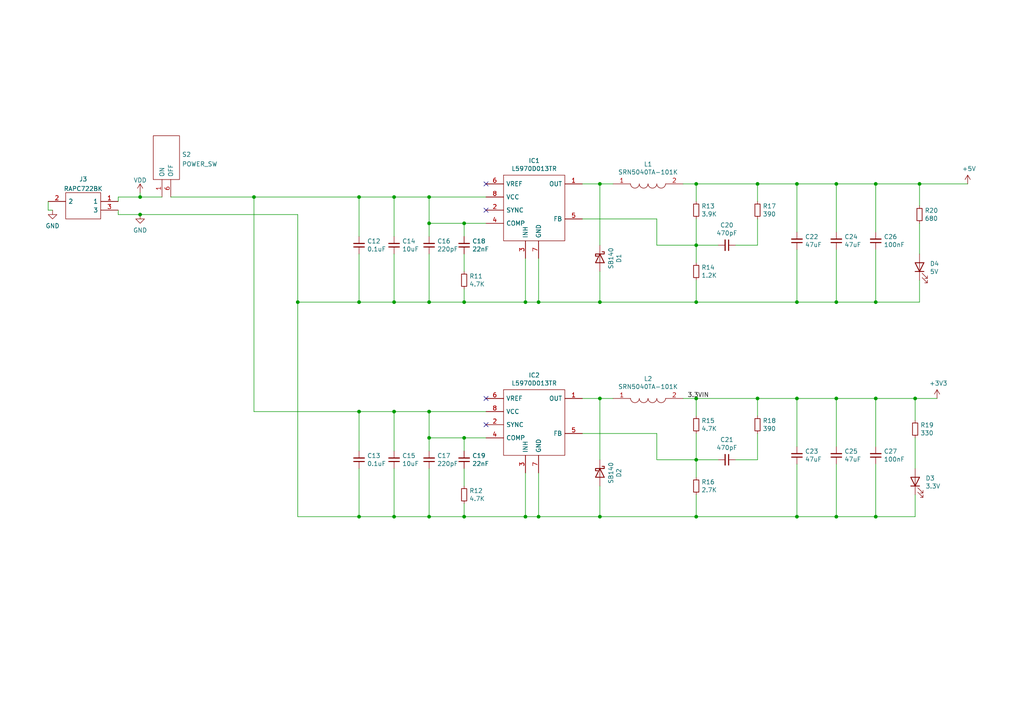
<source format=kicad_sch>
(kicad_sch (version 20211123) (generator eeschema)
  (paper "A4")
  (lib_symbols
    (symbol "Device:C_Small" (pin_numbers hide) (pin_names (offset 0.254) hide)
      (property "Reference" "C" (at 0.254 1.778 0))
      (property "Value" "C_Small" (at 0.254 -2.032 0))
      (symbol "C_Small_0_1"
        (polyline (pts (xy -1.524 -0.508) (xy 1.524 -0.508)) (stroke (width 0.3302)))
        (polyline (pts (xy -1.524 0.508) (xy 1.524 0.508)) (stroke (width 0.3048)))
      )
      (symbol "C_Small_1_1"
        (pin passive line (at 0 2.54 270) (length 2.032) (name "~") (number "1"))
        (pin passive line (at 0 -2.54 90) (length 2.032) (name "~") (number "2"))
      )
    )
    (symbol "Device:LED" (pin_numbers hide) (pin_names (offset 1.016) hide)
      (property "Reference" "D" (at 0 2.54 0))
      (property "Value" "LED" (at 0 -2.54 0))
      (symbol "LED_0_1"
        (polyline (pts (xy -1.27 -1.27) (xy -1.27 1.27)) (stroke (width 0.254)))
        (polyline (pts (xy -1.27 0) (xy 1.27 0)))
        (polyline (pts (xy 1.27 -1.27) (xy 1.27 1.27) (xy -1.27 0) (xy 1.27 -1.27)) (stroke (width 0.254)))
        (polyline (pts (xy -3.048 -0.762) (xy -4.572 -2.286) (xy -3.81 -2.286) (xy -4.572 -2.286) (xy -4.572 -1.524)))
        (polyline (pts (xy -1.778 -0.762) (xy -3.302 -2.286) (xy -2.54 -2.286) (xy -3.302 -2.286) (xy -3.302 -1.524)))
      )
      (symbol "LED_1_1"
        (pin passive line (at -3.81 0 0) (length 2.54) (name "K") (number "1"))
        (pin passive line (at 3.81 0 180) (length 2.54) (name "A") (number "2"))
      )
    )
    (symbol "Device:R_Small" (pin_numbers hide) (pin_names (offset 0.254) hide)
      (property "Reference" "R" (at 0.762 0.508 0))
      (property "Value" "R_Small" (at 0.762 -1.016 0))
      (symbol "R_Small_0_1"
        (rectangle (start -0.762 1.778) (end 0.762 -1.778) (stroke (width 0.2032)))
      )
      (symbol "R_Small_1_1"
        (pin passive line (at 0 2.54 270) (length 0.762) (name "~") (number "1"))
        (pin passive line (at 0 -2.54 90) (length 0.762) (name "~") (number "2"))
      )
    )
    (symbol "Diode:SB140" (pin_numbers hide) (pin_names (offset 1.016) hide)
      (property "Reference" "D" (at 0 2.54 0))
      (property "Value" "SB140" (at 0 -2.54 0))
      (symbol "SB140_0_1"
        (polyline (pts (xy 1.27 0) (xy -1.27 0)))
        (polyline (pts (xy 1.27 1.27) (xy 1.27 -1.27) (xy -1.27 0) (xy 1.27 1.27)) (stroke (width 0.254)))
        (polyline (pts (xy -1.905 0.635) (xy -1.905 1.27) (xy -1.27 1.27) (xy -1.27 -1.27) (xy -0.635 -1.27) (xy -0.635 -0.635)) (stroke (width 0.254)))
      )
      (symbol "SB140_1_1"
        (pin passive line (at -3.81 0 0) (length 2.54) (name "K") (number "1"))
        (pin passive line (at 3.81 0 180) (length 2.54) (name "A") (number "2"))
      )
    )
    (symbol "custom:GPTS203212B" (pin_names (offset 0.762))
      (property "Reference" "S" (at 19.05 7.62 0))
      (property "Value" "GPTS203212B" (at 19.05 5.08 0))
      (symbol "GPTS203212B_0_0"
        (pin passive line (at 0 0 0) (length 5.08) (name "ON") (number "1"))
        (pin passive line (at 0 -2.54 0) (length 5.08) (name "OFF") (number "6"))
      )
      (symbol "GPTS203212B_0_1"
        (polyline (pts (xy 5.08 2.54) (xy 17.78 2.54) (xy 17.78 -5.08) (xy 5.08 -5.08) (xy 5.08 2.54)) (stroke (width 0.1524)))
      )
    )
    (symbol "custom:L5970D013TR" (pin_names (offset 0.762))
      (property "Reference" "IC" (at 24.13 7.62 0))
      (property "Value" "L5970D013TR" (at 24.13 5.08 0))
      (symbol "L5970D013TR_0_0"
        (pin output line (at 27.94 2.54 180) (length 5.08) (name "OUT") (number "1"))
        (pin input line (at 0 -5.08 0) (length 5.08) (name "SYNC") (number "2"))
        (pin input line (at 11.43 -19.05 90) (length 5.08) (name "INH") (number "3"))
        (pin output line (at 0 -8.89 0) (length 5.08) (name "COMP") (number "4"))
        (pin input line (at 27.94 -7.62 180) (length 5.08) (name "FB") (number "5"))
        (pin power_in line (at 0 2.54 0) (length 5.08) (name "VREF") (number "6"))
        (pin power_in line (at 15.24 -19.05 90) (length 5.08) (name "GND") (number "7"))
        (pin power_in line (at 0 -1.27 0) (length 5.08) (name "VCC") (number "8"))
      )
      (symbol "L5970D013TR_0_1"
        (polyline (pts (xy 5.08 5.08) (xy 22.86 5.08) (xy 22.86 -13.97) (xy 5.08 -13.97) (xy 5.08 2.54)) (stroke (width 0.1524)))
        (rectangle (start 5.08 5.08) (end 5.08 2.54))
      )
    )
    (symbol "custom:RAPC722BK" (pin_names (offset 0.762))
      (property "Reference" "J" (at 16.51 7.62 0))
      (property "Value" "RAPC722BK" (at 16.51 5.08 0))
      (symbol "RAPC722BK_0_0"
        (pin passive line (at 0 0 0) (length 5.08) (name "1") (number "1"))
        (pin passive line (at 20.32 0 180) (length 5.08) (name "2") (number "2"))
        (pin passive line (at 0 -2.54 0) (length 5.08) (name "3") (number "3"))
      )
      (symbol "RAPC722BK_0_1"
        (polyline (pts (xy 5.08 2.54) (xy 15.24 2.54) (xy 15.24 -5.08) (xy 5.08 -5.08) (xy 5.08 2.54)) (stroke (width 0.1524)))
      )
    )
    (symbol "custom:SRN5040TA-101K" (pin_names (offset 0.762))
      (property "Reference" "L" (at 16.51 6.35 0))
      (property "Value" "SRN5040TA-101K" (at 16.51 3.81 0))
      (symbol "SRN5040TA-101K_0_0"
        (pin passive line (at 0 0 0) (length 5.08) (name "~") (number "1"))
        (pin passive line (at 20.32 0 180) (length 5.08) (name "~") (number "2"))
      )
      (symbol "SRN5040TA-101K_0_1"
        (arc (start 5.08 0) (mid 6.35 -1.3218) (end 7.62 0) (stroke (width 0.1524)))
        (arc (start 7.62 0) (mid 8.89 -1.3218) (end 10.16 0) (stroke (width 0.1524)))
        (arc (start 10.16 0) (mid 11.43 -1.3218) (end 12.7 0) (stroke (width 0.1524)))
        (arc (start 12.7 0) (mid 13.97 -1.3218) (end 15.24 0) (stroke (width 0.1524)))
      )
    )
    (symbol "power:+3.3V" (power) (pin_names (offset 0))
      (property "Value" "+3.3V" (at 0 3.556 0))
      (symbol "+3.3V_0_1"
        (polyline (pts (xy -0.762 1.27) (xy 0 2.54)))
        (polyline (pts (xy 0 0) (xy 0 2.54)))
        (polyline (pts (xy 0 2.54) (xy 0.762 1.27)))
      )
      (symbol "+3.3V_1_1"
        (pin power_in line (at 0 0 90) (length 0) hide (name "+3V3") (number "1"))
      )
    )
    (symbol "power:+5V" (power) (pin_names (offset 0))
      (property "Value" "+5V" (at 0 3.556 0))
      (symbol "+5V_0_1"
        (polyline (pts (xy -0.762 1.27) (xy 0 2.54)))
        (polyline (pts (xy 0 0) (xy 0 2.54)))
        (polyline (pts (xy 0 2.54) (xy 0.762 1.27)))
      )
      (symbol "+5V_1_1"
        (pin power_in line (at 0 0 90) (length 0) hide (name "+5V") (number "1"))
      )
    )
    (symbol "power:GND" (power) (pin_names (offset 0))
      (property "Value" "GND" (at 0 -3.81 0))
      (symbol "GND_0_1"
        (polyline (pts (xy 0 0) (xy 0 -1.27) (xy 1.27 -1.27) (xy 0 -2.54) (xy -1.27 -1.27) (xy 0 -1.27)))
      )
      (symbol "GND_1_1"
        (pin power_in line (at 0 0 270) (length 0) hide (name "GND") (number "1"))
      )
    )
    (symbol "power:VDD" (power) (pin_names (offset 0))
      (property "Value" "VDD" (at 0 3.81 0))
      (symbol "VDD_0_1"
        (polyline (pts (xy -0.762 1.27) (xy 0 2.54)))
        (polyline (pts (xy 0 0) (xy 0 2.54)))
        (polyline (pts (xy 0 2.54) (xy 0.762 1.27)))
      )
      (symbol "VDD_1_1"
        (pin power_in line (at 0 0 90) (length 0) hide (name "VDD") (number "1"))
      )
    )
  )
  (junction (at 73.66 57.15))
  (junction (at 231.14 53.34))
  (junction (at 156.21 87.63))
  (junction (at 201.93 87.63))
  (junction (at 201.93 149.86))
  (junction (at 173.99 149.86))
  (junction (at 254 115.57))
  (junction (at 242.57 53.34))
  (junction (at 124.46 87.63))
  (junction (at 201.93 133.35))
  (junction (at 219.71 115.57))
  (junction (at 265.43 115.57))
  (junction (at 104.14 149.86))
  (junction (at 201.93 53.34))
  (junction (at 201.93 115.57))
  (junction (at 254 149.86))
  (junction (at 40.64 57.15))
  (junction (at 231.14 115.57))
  (junction (at 124.46 149.86))
  (junction (at 124.46 64.77))
  (junction (at 242.57 87.63))
  (junction (at 104.14 119.38))
  (junction (at 134.62 149.86))
  (junction (at 219.71 53.34))
  (junction (at 254 87.63))
  (junction (at 152.4 149.86))
  (junction (at 173.99 115.57))
  (junction (at 242.57 149.86))
  (junction (at 104.14 87.63))
  (junction (at 86.36 87.63))
  (junction (at 231.14 149.86))
  (junction (at 152.4 87.63))
  (junction (at 114.3 149.86))
  (junction (at 242.57 115.57))
  (junction (at 134.62 64.77))
  (junction (at 156.21 149.86))
  (junction (at 134.62 127))
  (junction (at 266.7 53.34))
  (junction (at 114.3 87.63))
  (junction (at 104.14 57.15))
  (junction (at 173.99 87.63))
  (junction (at 254 53.34))
  (junction (at 124.46 119.38))
  (junction (at 114.3 57.15))
  (junction (at 231.14 87.63))
  (junction (at 134.62 87.63))
  (junction (at 114.3 119.38))
  (junction (at 40.64 62.23))
  (junction (at 124.46 127))
  (junction (at 201.93 71.12))
  (junction (at 124.46 57.15))
  (junction (at 173.99 53.34))
  (no_connect (at 140.97 115.57))
  (no_connect (at 140.97 53.34))
  (no_connect (at 140.97 123.19))
  (no_connect (at 140.97 60.96))
  (wire (pts (xy 201.93 63.5) (xy 201.93 71.12)))
  (wire (pts (xy 190.5 133.35) (xy 201.93 133.35)))
  (wire (pts (xy 104.14 130.81) (xy 104.14 119.38)))
  (wire (pts (xy 152.4 87.63) (xy 156.21 87.63)))
  (wire (pts (xy 242.57 149.86) (xy 254 149.86)))
  (wire (pts (xy 104.14 135.89) (xy 104.14 149.86)))
  (wire (pts (xy 231.14 129.54) (xy 231.14 115.57)))
  (wire (pts (xy 201.93 149.86) (xy 231.14 149.86)))
  (wire (pts (xy 34.29 57.15) (xy 34.29 58.42)))
  (wire (pts (xy 134.62 130.81) (xy 134.62 127)))
  (wire (pts (xy 114.3 68.58) (xy 114.3 57.15)))
  (wire (pts (xy 156.21 87.63) (xy 173.99 87.63)))
  (wire (pts (xy 201.93 71.12) (xy 201.93 76.2)))
  (wire (pts (xy 201.93 120.65) (xy 201.93 115.57)))
  (wire (pts (xy 254 87.63) (xy 266.7 87.63)))
  (wire (pts (xy 156.21 149.86) (xy 173.99 149.86)))
  (wire (pts (xy 208.28 133.35) (xy 201.93 133.35)))
  (wire (pts (xy 254 149.86) (xy 265.43 149.86)))
  (wire (pts (xy 173.99 149.86) (xy 201.93 149.86)))
  (wire (pts (xy 173.99 140.97) (xy 173.99 149.86)))
  (wire (pts (xy 254 129.54) (xy 254 115.57)))
  (wire (pts (xy 265.43 143.51) (xy 265.43 149.86)))
  (wire (pts (xy 231.14 72.39) (xy 231.14 87.63)))
  (wire (pts (xy 104.14 73.66) (xy 104.14 87.63)))
  (wire (pts (xy 254 72.39) (xy 254 87.63)))
  (wire (pts (xy 254 67.31) (xy 254 53.34)))
  (wire (pts (xy 201.93 87.63) (xy 231.14 87.63)))
  (wire (pts (xy 173.99 53.34) (xy 177.8 53.34)))
  (wire (pts (xy 156.21 137.16) (xy 156.21 149.86)))
  (wire (pts (xy 124.46 135.89) (xy 124.46 149.86)))
  (wire (pts (xy 114.3 119.38) (xy 124.46 119.38)))
  (wire (pts (xy 40.64 62.23) (xy 86.36 62.23)))
  (wire (pts (xy 231.14 115.57) (xy 242.57 115.57)))
  (wire (pts (xy 134.62 149.86) (xy 152.4 149.86)))
  (wire (pts (xy 190.5 63.5) (xy 190.5 71.12)))
  (wire (pts (xy 104.14 68.58) (xy 104.14 57.15)))
  (wire (pts (xy 40.64 57.15) (xy 46.99 57.15)))
  (wire (pts (xy 201.93 81.28) (xy 201.93 87.63)))
  (wire (pts (xy 173.99 87.63) (xy 201.93 87.63)))
  (wire (pts (xy 134.62 83.82) (xy 134.62 87.63)))
  (wire (pts (xy 40.64 55.88) (xy 40.64 57.15)))
  (wire (pts (xy 219.71 71.12) (xy 219.71 63.5)))
  (wire (pts (xy 114.3 130.81) (xy 114.3 119.38)))
  (wire (pts (xy 219.71 53.34) (xy 231.14 53.34)))
  (wire (pts (xy 104.14 57.15) (xy 114.3 57.15)))
  (wire (pts (xy 13.97 58.42) (xy 13.97 60.96)))
  (wire (pts (xy 134.62 87.63) (xy 152.4 87.63)))
  (wire (pts (xy 201.93 53.34) (xy 219.71 53.34)))
  (wire (pts (xy 231.14 87.63) (xy 242.57 87.63)))
  (wire (pts (xy 104.14 87.63) (xy 114.3 87.63)))
  (wire (pts (xy 266.7 53.34) (xy 280.67 53.34)))
  (wire (pts (xy 265.43 127) (xy 265.43 135.89)))
  (wire (pts (xy 124.46 64.77) (xy 124.46 68.58)))
  (wire (pts (xy 134.62 146.05) (xy 134.62 149.86)))
  (wire (pts (xy 86.36 87.63) (xy 86.36 149.86)))
  (wire (pts (xy 49.53 57.15) (xy 73.66 57.15)))
  (wire (pts (xy 266.7 59.69) (xy 266.7 53.34)))
  (wire (pts (xy 231.14 67.31) (xy 231.14 53.34)))
  (wire (pts (xy 190.5 71.12) (xy 201.93 71.12)))
  (wire (pts (xy 213.36 71.12) (xy 219.71 71.12)))
  (wire (pts (xy 168.91 53.34) (xy 173.99 53.34)))
  (wire (pts (xy 231.14 53.34) (xy 242.57 53.34)))
  (wire (pts (xy 34.29 60.96) (xy 34.29 62.23)))
  (wire (pts (xy 86.36 62.23) (xy 86.36 87.63)))
  (wire (pts (xy 73.66 57.15) (xy 104.14 57.15)))
  (wire (pts (xy 219.71 58.42) (xy 219.71 53.34)))
  (wire (pts (xy 242.57 115.57) (xy 254 115.57)))
  (wire (pts (xy 213.36 133.35) (xy 219.71 133.35)))
  (wire (pts (xy 73.66 57.15) (xy 73.66 119.38)))
  (wire (pts (xy 231.14 134.62) (xy 231.14 149.86)))
  (wire (pts (xy 114.3 57.15) (xy 124.46 57.15)))
  (wire (pts (xy 201.93 115.57) (xy 219.71 115.57)))
  (wire (pts (xy 124.46 57.15) (xy 124.46 64.77)))
  (wire (pts (xy 152.4 149.86) (xy 156.21 149.86)))
  (wire (pts (xy 86.36 87.63) (xy 104.14 87.63)))
  (wire (pts (xy 266.7 81.28) (xy 266.7 87.63)))
  (wire (pts (xy 114.3 87.63) (xy 124.46 87.63)))
  (wire (pts (xy 173.99 133.35) (xy 173.99 115.57)))
  (wire (pts (xy 152.4 74.93) (xy 152.4 87.63)))
  (wire (pts (xy 266.7 64.77) (xy 266.7 73.66)))
  (wire (pts (xy 168.91 63.5) (xy 190.5 63.5)))
  (wire (pts (xy 134.62 64.77) (xy 124.46 64.77)))
  (wire (pts (xy 242.57 134.62) (xy 242.57 149.86)))
  (wire (pts (xy 265.43 121.92) (xy 265.43 115.57)))
  (wire (pts (xy 254 134.62) (xy 254 149.86)))
  (wire (pts (xy 242.57 53.34) (xy 254 53.34)))
  (wire (pts (xy 152.4 137.16) (xy 152.4 149.86)))
  (wire (pts (xy 242.57 87.63) (xy 254 87.63)))
  (wire (pts (xy 254 115.57) (xy 265.43 115.57)))
  (wire (pts (xy 201.93 143.51) (xy 201.93 149.86)))
  (wire (pts (xy 201.93 133.35) (xy 201.93 138.43)))
  (wire (pts (xy 124.46 127) (xy 124.46 119.38)))
  (wire (pts (xy 231.14 149.86) (xy 242.57 149.86)))
  (wire (pts (xy 73.66 119.38) (xy 104.14 119.38)))
  (wire (pts (xy 168.91 125.73) (xy 190.5 125.73)))
  (wire (pts (xy 208.28 71.12) (xy 201.93 71.12)))
  (wire (pts (xy 124.46 87.63) (xy 134.62 87.63)))
  (wire (pts (xy 156.21 74.93) (xy 156.21 87.63)))
  (wire (pts (xy 134.62 127) (xy 140.97 127)))
  (wire (pts (xy 124.46 73.66) (xy 124.46 87.63)))
  (wire (pts (xy 13.97 60.96) (xy 15.24 60.96)))
  (wire (pts (xy 190.5 125.73) (xy 190.5 133.35)))
  (wire (pts (xy 104.14 119.38) (xy 114.3 119.38)))
  (wire (pts (xy 124.46 130.81) (xy 124.46 127)))
  (wire (pts (xy 198.12 115.57) (xy 201.93 115.57)))
  (wire (pts (xy 34.29 57.15) (xy 40.64 57.15)))
  (wire (pts (xy 242.57 129.54) (xy 242.57 115.57)))
  (wire (pts (xy 265.43 115.57) (xy 271.78 115.57)))
  (wire (pts (xy 134.62 78.74) (xy 134.62 73.66)))
  (wire (pts (xy 124.46 119.38) (xy 140.97 119.38)))
  (wire (pts (xy 242.57 72.39) (xy 242.57 87.63)))
  (wire (pts (xy 219.71 115.57) (xy 231.14 115.57)))
  (wire (pts (xy 242.57 67.31) (xy 242.57 53.34)))
  (wire (pts (xy 219.71 133.35) (xy 219.71 125.73)))
  (wire (pts (xy 140.97 64.77) (xy 134.62 64.77)))
  (wire (pts (xy 134.62 140.97) (xy 134.62 135.89)))
  (wire (pts (xy 34.29 62.23) (xy 40.64 62.23)))
  (wire (pts (xy 198.12 53.34) (xy 201.93 53.34)))
  (wire (pts (xy 114.3 135.89) (xy 114.3 149.86)))
  (wire (pts (xy 254 53.34) (xy 266.7 53.34)))
  (wire (pts (xy 134.62 127) (xy 124.46 127)))
  (wire (pts (xy 219.71 120.65) (xy 219.71 115.57)))
  (wire (pts (xy 134.62 68.58) (xy 134.62 64.77)))
  (wire (pts (xy 124.46 57.15) (xy 140.97 57.15)))
  (wire (pts (xy 114.3 149.86) (xy 124.46 149.86)))
  (wire (pts (xy 168.91 115.57) (xy 173.99 115.57)))
  (wire (pts (xy 86.36 149.86) (xy 104.14 149.86)))
  (wire (pts (xy 173.99 115.57) (xy 177.8 115.57)))
  (wire (pts (xy 124.46 149.86) (xy 134.62 149.86)))
  (wire (pts (xy 201.93 125.73) (xy 201.93 133.35)))
  (wire (pts (xy 201.93 58.42) (xy 201.93 53.34)))
  (wire (pts (xy 173.99 71.12) (xy 173.99 53.34)))
  (wire (pts (xy 114.3 73.66) (xy 114.3 87.63)))
  (wire (pts (xy 173.99 78.74) (xy 173.99 87.63)))
  (wire (pts (xy 104.14 149.86) (xy 114.3 149.86)))
  (label "3.3VIN" (at 199.39 115.57 0))
  (symbol (lib_id "Diode:SB140") (at 173.99 74.93 270) (unit 1)
    (property "Reference" "D1" (at 179.5018 74.93 0))
    (property "Value" "SB140" (at 177.1904 74.93 0))
    (property "Footprint" "Diode_SMD:D_1206_3216Metric_Pad1.42x1.75mm_HandSolder" (effects hide))
    (property "Datasheet" "http://www.diodes.com/_files/datasheets/ds23022.pdf" (effects hide))
  )
  (symbol (lib_id "custom:SRN5040TA-101K") (at 177.8 53.34 0) (unit 1)
    (property "Reference" "L1" (at 187.96 47.625 0))
    (property "Value" "SRN5040TA-101K" (at 187.96 49.9364 0))
    (property "Footprint" "raven68k-rev1:SRN5040TA101K" (effects hide))
    (property "Datasheet" "https://www.bourns.com/docs/product-datasheets/SRN5040TA.pdf" (effects hide))
    (property "Description" "Inductor SMD 4.95x4.95x3.8mm 100uH 0.72A" (effects hide))
    (property "Height" "4.1" (effects hide))
    (property "Manufacturer_Name" "Bourns" (effects hide))
    (property "Manufacturer_Part_Number" "SRN5040TA-101K" (effects hide))
    (property "Mouser Part Number" "652-SRN5040TA-101K" (effects hide))
    (property "Mouser Price/Stock" "https://www.mouser.co.uk/ProductDetail/Bourns/SRN5040TA-101K?qs=qSfuJ%252Bfl%2Fd6IGmzq6oDX8Q%3D%3D" (effects hide))
    (property "Arrow Part Number" "SRN5040TA-101K" (effects hide))
    (property "Arrow Price/Stock" "https://www.arrow.com/en/products/srn5040ta-101k/bourns?region=nac" (effects hide))
  )
  (symbol (lib_id "custom:L5970D013TR") (at 140.97 55.88 0) (unit 1)
    (property "Reference" "IC1" (at 154.94 46.609 0))
    (property "Value" "L5970D013TR" (at 154.94 48.9204 0))
    (property "Footprint" "Package_SO:SO-8_5.3x6.2mm_P1.27mm" (effects hide))
    (property "Datasheet" "http://www.st.com/st-web-ui/static/active/en/resource/technical/document/datasheet/CD00002173.pdf" (effects hide))
    (property "Description" "L5970D013TR, Switching Regulator, Buck Controller, 1A, Adjustable, 275 kHz, 8-Pin SO" (effects hide))
    (property "Height" "1.75" (effects hide))
    (property "Manufacturer_Name" "STMicroelectronics" (effects hide))
    (property "Manufacturer_Part_Number" "L5970D013TR" (effects hide))
    (property "Mouser Part Number" "511-L5970D013TR" (effects hide))
    (property "Mouser Price/Stock" "https://www.mouser.co.uk/ProductDetail/STMicroelectronics/L5970D013TR?qs=5tMLENPDcJtqb%2FYZ5i8kRw%3D%3D" (effects hide))
    (property "Arrow Part Number" "L5970D013TR" (effects hide))
    (property "Arrow Price/Stock" "https://www.arrow.com/en/products/l5970d013tr/stmicroelectronics" (effects hide))
  )
  (symbol (lib_id "Device:R_Small") (at 201.93 60.96 0) (unit 1)
    (property "Reference" "R13" (at 203.4286 59.7916 0) (effects (justify left)))
    (property "Value" "3.9K" (at 203.4286 62.103 0) (effects (justify left)))
    (property "Footprint" "Resistor_SMD:R_1206_3216Metric_Pad1.30x1.75mm_HandSolder" (effects hide))
  )
  (symbol (lib_id "Device:R_Small") (at 201.93 78.74 0) (unit 1)
    (property "Reference" "R14" (at 203.4286 77.5716 0) (effects (justify left)))
    (property "Value" "1.2K" (at 203.4286 79.883 0) (effects (justify left)))
    (property "Footprint" "Resistor_SMD:R_1206_3216Metric_Pad1.30x1.75mm_HandSolder" (effects hide))
  )
  (symbol (lib_id "Device:C_Small") (at 210.82 71.12 270) (unit 1)
    (property "Reference" "C20" (at 210.82 65.3034 90))
    (property "Value" "470pF" (at 210.82 67.6148 90))
    (property "Footprint" "Capacitor_SMD:C_1206_3216Metric_Pad1.33x1.80mm_HandSolder" (effects hide))
  )
  (symbol (lib_id "Device:R_Small") (at 219.71 60.96 0) (unit 1)
    (property "Reference" "R17" (at 221.2086 59.7916 0) (effects (justify left)))
    (property "Value" "390" (at 221.2086 62.103 0) (effects (justify left)))
    (property "Footprint" "Resistor_SMD:R_1206_3216Metric_Pad1.30x1.75mm_HandSolder" (effects hide))
  )
  (symbol (lib_id "Device:C_Small") (at 231.14 69.85 180) (unit 1)
    (property "Reference" "C22" (at 233.4768 68.6816 0) (effects (justify right)))
    (property "Value" "47uF" (at 233.4768 70.993 0) (effects (justify right)))
    (property "Footprint" "Capacitor_SMD:C_1206_3216Metric_Pad1.33x1.80mm_HandSolder" (effects hide))
  )
  (symbol (lib_id "Device:C_Small") (at 242.57 69.85 180) (unit 1)
    (property "Reference" "C24" (at 244.9068 68.6816 0) (effects (justify right)))
    (property "Value" "47uF" (at 244.9068 70.993 0) (effects (justify right)))
    (property "Footprint" "Capacitor_SMD:C_1206_3216Metric_Pad1.33x1.80mm_HandSolder" (effects hide))
  )
  (symbol (lib_id "Device:C_Small") (at 254 69.85 180) (unit 1)
    (property "Reference" "C26" (at 256.3368 68.6816 0) (effects (justify right)))
    (property "Value" "100nF" (at 256.3368 70.993 0) (effects (justify right)))
    (property "Footprint" "Capacitor_SMD:C_1206_3216Metric_Pad1.33x1.80mm_HandSolder" (effects hide))
  )
  (symbol (lib_id "Device:R_Small") (at 266.7 62.23 0) (unit 1)
    (property "Reference" "R20" (at 268.1986 61.0616 0) (effects (justify left)))
    (property "Value" "680" (at 268.1986 63.373 0) (effects (justify left)))
    (property "Footprint" "Resistor_SMD:R_1206_3216Metric_Pad1.30x1.75mm_HandSolder" (effects hide))
  )
  (symbol (lib_id "Device:LED") (at 266.7 77.47 90) (unit 1)
    (property "Reference" "D4" (at 269.6972 76.4794 90) (effects (justify right)))
    (property "Value" "5V" (at 269.6972 78.7908 90) (effects (justify right)))
    (property "Footprint" "LED_THT:LED_D3.0mm" (effects hide))
  )
  (symbol (lib_id "Device:C_Small") (at 104.14 71.12 180) (unit 1)
    (property "Reference" "C12" (at 106.4768 69.9516 0) (effects (justify right)))
    (property "Value" "0.1uF" (at 106.4768 72.263 0) (effects (justify right)))
    (property "Footprint" "Capacitor_SMD:C_1206_3216Metric_Pad1.33x1.80mm_HandSolder" (effects hide))
  )
  (symbol (lib_id "Device:C_Small") (at 114.3 71.12 180) (unit 1)
    (property "Reference" "C14" (at 116.6368 69.9516 0) (effects (justify right)))
    (property "Value" "10uF" (at 116.6368 72.263 0) (effects (justify right)))
    (property "Footprint" "Capacitor_SMD:C_1206_3216Metric_Pad1.33x1.80mm_HandSolder" (effects hide))
  )
  (symbol (lib_id "Device:C_Small") (at 124.46 71.12 180) (unit 1)
    (property "Reference" "C16" (at 126.7968 69.9516 0) (effects (justify right)))
    (property "Value" "220pF" (at 126.7968 72.263 0) (effects (justify right)))
    (property "Footprint" "Capacitor_SMD:C_1206_3216Metric_Pad1.33x1.80mm_HandSolder" (effects hide))
  )
  (symbol (lib_id "Device:C_Small") (at 134.62 71.12 180) (unit 1)
    (property "Reference" "C18" (at 136.9568 69.9516 0) (effects (justify right)))
    (property "Value" "22nF" (at 136.9568 72.263 0) (effects (justify right)))
    (property "Footprint" "Capacitor_SMD:C_1206_3216Metric_Pad1.33x1.80mm_HandSolder" (effects hide))
  )
  (symbol (lib_id "Device:R_Small") (at 134.62 81.28 0) (unit 1)
    (property "Reference" "R11" (at 136.1186 80.1116 0) (effects (justify left)))
    (property "Value" "4.7K" (at 136.1186 82.423 0) (effects (justify left)))
    (property "Footprint" "Resistor_SMD:R_1206_3216Metric_Pad1.30x1.75mm_HandSolder" (effects hide))
  )
  (symbol (lib_id "Diode:SB140") (at 173.99 137.16 270) (unit 1)
    (property "Reference" "D2" (at 179.5018 137.16 0))
    (property "Value" "SB140" (at 177.1904 137.16 0))
    (property "Footprint" "Diode_SMD:D_1206_3216Metric_Pad1.42x1.75mm_HandSolder" (effects hide))
    (property "Datasheet" "http://www.diodes.com/_files/datasheets/ds23022.pdf" (effects hide))
  )
  (symbol (lib_id "custom:SRN5040TA-101K") (at 177.8 115.57 0) (unit 1)
    (property "Reference" "L2" (at 187.96 109.855 0))
    (property "Value" "SRN5040TA-101K" (at 187.96 112.1664 0))
    (property "Footprint" "raven68k-rev1:SRN5040TA101K" (effects hide))
    (property "Datasheet" "https://www.bourns.com/docs/product-datasheets/SRN5040TA.pdf" (effects hide))
    (property "Description" "Inductor SMD 4.95x4.95x3.8mm 100uH 0.72A" (effects hide))
    (property "Height" "4.1" (effects hide))
    (property "Manufacturer_Name" "Bourns" (effects hide))
    (property "Manufacturer_Part_Number" "SRN5040TA-101K" (effects hide))
    (property "Mouser Part Number" "652-SRN5040TA-101K" (effects hide))
    (property "Mouser Price/Stock" "https://www.mouser.co.uk/ProductDetail/Bourns/SRN5040TA-101K?qs=qSfuJ%252Bfl%2Fd6IGmzq6oDX8Q%3D%3D" (effects hide))
    (property "Arrow Part Number" "SRN5040TA-101K" (effects hide))
    (property "Arrow Price/Stock" "https://www.arrow.com/en/products/srn5040ta-101k/bourns?region=nac" (effects hide))
  )
  (symbol (lib_id "custom:L5970D013TR") (at 140.97 118.11 0) (unit 1)
    (property "Reference" "IC2" (at 154.94 108.839 0))
    (property "Value" "L5970D013TR" (at 154.94 111.1504 0))
    (property "Footprint" "Package_SO:SO-8_5.3x6.2mm_P1.27mm" (effects hide))
    (property "Datasheet" "http://www.st.com/st-web-ui/static/active/en/resource/technical/document/datasheet/CD00002173.pdf" (effects hide))
    (property "Description" "L5970D013TR, Switching Regulator, Buck Controller, 1A, Adjustable, 275 kHz, 8-Pin SO" (effects hide))
    (property "Height" "1.75" (effects hide))
    (property "Manufacturer_Name" "STMicroelectronics" (effects hide))
    (property "Manufacturer_Part_Number" "L5970D013TR" (effects hide))
    (property "Mouser Part Number" "511-L5970D013TR" (effects hide))
    (property "Mouser Price/Stock" "https://www.mouser.co.uk/ProductDetail/STMicroelectronics/L5970D013TR?qs=5tMLENPDcJtqb%2FYZ5i8kRw%3D%3D" (effects hide))
    (property "Arrow Part Number" "L5970D013TR" (effects hide))
    (property "Arrow Price/Stock" "https://www.arrow.com/en/products/l5970d013tr/stmicroelectronics" (effects hide))
  )
  (symbol (lib_id "Device:R_Small") (at 201.93 123.19 0) (unit 1)
    (property "Reference" "R15" (at 203.4286 122.0216 0) (effects (justify left)))
    (property "Value" "4.7K" (at 203.4286 124.333 0) (effects (justify left)))
    (property "Footprint" "Resistor_SMD:R_1206_3216Metric_Pad1.30x1.75mm_HandSolder" (effects hide))
  )
  (symbol (lib_id "Device:R_Small") (at 201.93 140.97 0) (unit 1)
    (property "Reference" "R16" (at 203.4286 139.8016 0) (effects (justify left)))
    (property "Value" "2.7K" (at 203.4286 142.113 0) (effects (justify left)))
    (property "Footprint" "Resistor_SMD:R_1206_3216Metric_Pad1.30x1.75mm_HandSolder" (effects hide))
  )
  (symbol (lib_id "Device:C_Small") (at 210.82 133.35 270) (unit 1)
    (property "Reference" "C21" (at 210.82 127.5334 90))
    (property "Value" "470pF" (at 210.82 129.8448 90))
    (property "Footprint" "Capacitor_SMD:C_1206_3216Metric_Pad1.33x1.80mm_HandSolder" (effects hide))
  )
  (symbol (lib_id "Device:R_Small") (at 219.71 123.19 0) (unit 1)
    (property "Reference" "R18" (at 221.2086 122.0216 0) (effects (justify left)))
    (property "Value" "390" (at 221.2086 124.333 0) (effects (justify left)))
    (property "Footprint" "Resistor_SMD:R_1206_3216Metric_Pad1.30x1.75mm_HandSolder" (effects hide))
  )
  (symbol (lib_id "Device:C_Small") (at 231.14 132.08 180) (unit 1)
    (property "Reference" "C23" (at 233.4768 130.9116 0) (effects (justify right)))
    (property "Value" "47uF" (at 233.4768 133.223 0) (effects (justify right)))
    (property "Footprint" "Capacitor_SMD:C_1206_3216Metric_Pad1.33x1.80mm_HandSolder" (effects hide))
  )
  (symbol (lib_id "Device:C_Small") (at 242.57 132.08 180) (unit 1)
    (property "Reference" "C25" (at 244.9068 130.9116 0) (effects (justify right)))
    (property "Value" "47uF" (at 244.9068 133.223 0) (effects (justify right)))
    (property "Footprint" "Capacitor_SMD:C_1206_3216Metric_Pad1.33x1.80mm_HandSolder" (effects hide))
  )
  (symbol (lib_id "Device:C_Small") (at 254 132.08 180) (unit 1)
    (property "Reference" "C27" (at 256.3368 130.9116 0) (effects (justify right)))
    (property "Value" "100nF" (at 256.3368 133.223 0) (effects (justify right)))
    (property "Footprint" "Capacitor_SMD:C_1206_3216Metric_Pad1.33x1.80mm_HandSolder" (effects hide))
  )
  (symbol (lib_id "Device:C_Small") (at 104.14 133.35 180) (unit 1)
    (property "Reference" "C13" (at 106.4768 132.1816 0) (effects (justify right)))
    (property "Value" "0.1uF" (at 106.4768 134.493 0) (effects (justify right)))
    (property "Footprint" "Capacitor_SMD:C_1206_3216Metric_Pad1.33x1.80mm_HandSolder" (effects hide))
  )
  (symbol (lib_id "Device:C_Small") (at 114.3 133.35 180) (unit 1)
    (property "Reference" "C15" (at 116.6368 132.1816 0) (effects (justify right)))
    (property "Value" "10uF" (at 116.6368 134.493 0) (effects (justify right)))
    (property "Footprint" "Capacitor_SMD:C_1206_3216Metric_Pad1.33x1.80mm_HandSolder" (effects hide))
  )
  (symbol (lib_id "Device:C_Small") (at 124.46 133.35 180) (unit 1)
    (property "Reference" "C17" (at 126.7968 132.1816 0) (effects (justify right)))
    (property "Value" "220pF" (at 126.7968 134.493 0) (effects (justify right)))
    (property "Footprint" "Capacitor_SMD:C_1206_3216Metric_Pad1.33x1.80mm_HandSolder" (effects hide))
  )
  (symbol (lib_id "Device:C_Small") (at 134.62 133.35 180) (unit 1)
    (property "Reference" "C19" (at 136.9568 132.1816 0) (effects (justify right)))
    (property "Value" "22nF" (at 136.9568 134.493 0) (effects (justify right)))
    (property "Footprint" "Capacitor_SMD:C_1206_3216Metric_Pad1.33x1.80mm_HandSolder" (effects hide))
  )
  (symbol (lib_id "Device:R_Small") (at 134.62 143.51 0) (unit 1)
    (property "Reference" "R12" (at 136.1186 142.3416 0) (effects (justify left)))
    (property "Value" "4.7K" (at 136.1186 144.653 0) (effects (justify left)))
    (property "Footprint" "Resistor_SMD:R_1206_3216Metric_Pad1.30x1.75mm_HandSolder" (effects hide))
  )
  (symbol (lib_id "power:+5V") (at 280.67 53.34 0) (unit 1)
    (property "Reference" "#PWR055" (effects hide))
    (property "Value" "+5V" (at 281.051 48.9458 0))
  )
  (symbol (lib_id "power:+3.3V") (at 271.78 115.57 0) (unit 1)
    (property "Reference" "#PWR054" (effects hide))
    (property "Value" "+3.3V" (at 272.161 111.1758 0))
  )
  (symbol (lib_id "Device:R_Small") (at 265.43 124.46 0) (unit 1)
    (property "Reference" "R19" (at 266.9286 123.2916 0) (effects (justify left)))
    (property "Value" "330" (at 266.9286 125.603 0) (effects (justify left)))
    (property "Footprint" "Resistor_SMD:R_1206_3216Metric_Pad1.30x1.75mm_HandSolder" (effects hide))
  )
  (symbol (lib_id "Device:LED") (at 265.43 139.7 90) (unit 1)
    (property "Reference" "D3" (at 268.4272 138.7094 90) (effects (justify right)))
    (property "Value" "3.3V" (at 268.4272 141.0208 90) (effects (justify right)))
    (property "Footprint" "LED_THT:LED_D3.0mm" (effects hide))
  )
  (symbol (lib_id "custom:RAPC722BK") (at 34.29 58.42 0) (mirror y) (unit 1)
    (property "Reference" "J3" (at 24.13 51.9643 0))
    (property "Value" "RAPC722BK" (at 24.13 54.7394 0))
    (property "Footprint" "raven68k-rev1:RAPC722BK" (effects hide))
    (property "Datasheet" "http://www.mouser.com/datasheet/2/393/rapc722x_cd-371352.pdf" (effects hide))
    (property "Description" "SWITCHCRAFT/CONXALL - RAPC722BK - CONNECTOR, DC POWER, SOCKET, 5A, THT" (effects hide))
    (property "Height" "11" (effects hide))
    (property "Manufacturer_Name" "Switchcraft" (effects hide))
    (property "Manufacturer_Part_Number" "RAPC722BK" (effects hide))
    (property "Mouser Part Number" "502-RAPC722BK" (effects hide))
    (property "Mouser Price/Stock" "https://www.mouser.co.uk/ProductDetail/Switchcraft/RAPC722BK?qs=Nl9mtr8tY%2Fsf3BOYJcSXfg%3D%3D" (effects hide))
    (property "Arrow Part Number" "RAPC722BK" (effects hide))
    (property "Arrow Price/Stock" "https://www.arrow.com/en/products/rapc722bk/switchcraft" (effects hide))
  )
  (symbol (lib_id "power:GND") (at 40.64 62.23 0) (unit 1)
    (property "Reference" "#PWR0101" (effects hide))
    (property "Value" "GND" (at 40.64 66.7925 0))
  )
  (symbol (lib_id "power:VDD") (at 40.64 55.88 0) (unit 1)
    (property "Reference" "#PWR0105" (effects hide))
    (property "Value" "VDD" (at 40.64 52.2755 0))
  )
  (symbol (lib_id "power:GND") (at 15.24 60.96 0) (unit 1)
    (property "Reference" "#PWR?" (effects hide))
    (property "Value" "GND" (at 15.24 65.5225 0))
  )
  (symbol (lib_id "custom:GPTS203212B") (at 46.99 57.15 90) (unit 1)
    (property "Reference" "S2" (at 52.7812 44.8115 90) (effects (justify right)))
    (property "Value" "POWER_SW" (at 52.7812 47.5866 90) (effects (justify right)))
    (property "Footprint" "raven68k-rev1:GPTS203212B" (effects hide))
    (property "Datasheet" "http://switches-connectors-custom.cwind.com/Asset/GPTS203212BR2.pdf" (effects hide))
    (property "Description" "Pushbutton Switches SPST ON-OFF" (effects hide))
    (property "Height" "12" (effects hide))
    (property "Manufacturer_Name" "CW Industries" (effects hide))
    (property "Manufacturer_Part_Number" "GPTS203212B" (effects hide))
    (property "Mouser Part Number" "629-GPTS203212B" (effects hide))
    (property "Mouser Price/Stock" "https://www.mouser.com/Search/Refine.aspx?Keyword=629-GPTS203212B" (effects hide))
  )
)
</source>
